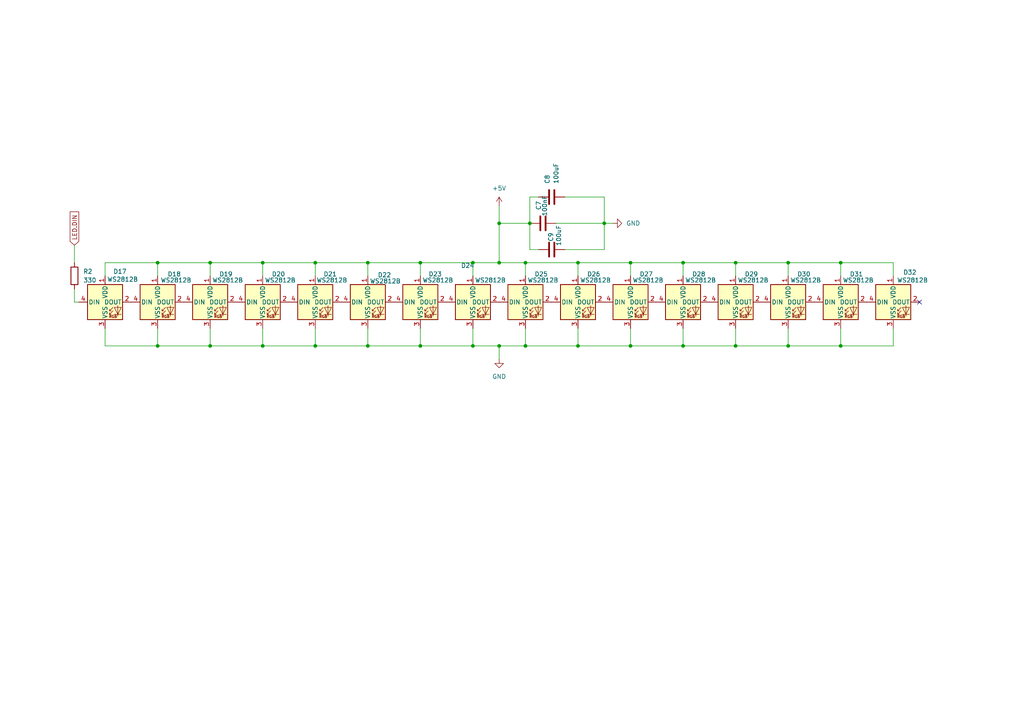
<source format=kicad_sch>
(kicad_sch (version 20250114) (generator "eeschema") (generator_version "9.0")
  (paper "A4")
  (lib_symbols
    (symbol "Device:C" (pin_numbers (hide yes)) (pin_names (offset 0.254))
      (property "Reference" "C" (at 0.635 2.54 0))
      (property "Value" "C" (at 0.635 -2.54 0))
      (symbol "C_0_1"
        (polyline (pts (xy -2.032 0.762) (xy 2.032 0.762)) (stroke (width 0.508)))
        (polyline (pts (xy -2.032 -0.762) (xy 2.032 -0.762)) (stroke (width 0.508)))
      )
      (symbol "C_1_1"
        (pin passive line (at 0 3.81 270) (length 2.794) (name "~") (number "1"))
        (pin passive line (at 0 -3.81 90) (length 2.794) (name "~") (number "2"))
      )
    )
    (symbol "Device:R" (pin_numbers (hide yes)) (pin_names (offset 0))
      (property "Reference" "R" (at 2.032 0 90))
      (property "Value" "R" (at 0 0 90))
      (symbol "R_0_1"
        (rectangle (start -1.016 -2.54) (end 1.016 2.54) (stroke (width 0.254)))
      )
      (symbol "R_1_1"
        (pin passive line (at 0 3.81 270) (length 1.27) (name "~") (number "1"))
        (pin passive line (at 0 -3.81 90) (length 1.27) (name "~") (number "2"))
      )
    )
    (symbol "LED:WS2812B" (pin_names (offset 0.254))
      (property "Reference" "D" (at 5.08 5.715 0))
      (property "Value" "WS2812B" (at 1.27 -5.715 0))
      (symbol "WS2812B_0_0"
        (text "RGB" (at 2.286 -4.191 0) (effects (font (size 0.762 0.762))))
      )
      (symbol "WS2812B_0_1"
        (polyline (pts (xy 1.27 -2.54) (xy 1.778 -2.54)))
        (polyline (pts (xy 1.27 -3.556) (xy 1.778 -3.556)))
        (polyline (pts (xy 2.286 -1.524) (xy 1.27 -2.54) (xy 1.27 -2.032)))
        (polyline (pts (xy 2.286 -2.54) (xy 1.27 -3.556) (xy 1.27 -3.048)))
        (polyline (pts (xy 3.683 -1.016) (xy 3.683 -3.556) (xy 3.683 -4.064)))
        (polyline (pts (xy 4.699 -1.524) (xy 2.667 -1.524) (xy 3.683 -3.556) (xy 4.699 -1.524)))
        (polyline (pts (xy 4.699 -3.556) (xy 2.667 -3.556)))
        (rectangle (start 5.08 5.08) (end -5.08 -5.08) (stroke (width 0.254)) (fill (type background)))
      )
      (symbol "WS2812B_1_1"
        (pin input line (at -7.62 0 0) (length 2.54) (name "DIN") (number "4"))
        (pin power_in line (at 0 7.62 270) (length 2.54) (name "VDD") (number "1"))
        (pin power_in line (at 0 -7.62 90) (length 2.54) (name "VSS") (number "3"))
        (pin output line (at 7.62 0 180) (length 2.54) (name "DOUT") (number "2"))
      )
    )
    (symbol "power:+5V" (power) (pin_numbers (hide yes)) (pin_names (offset 0) (hide yes))
      (property "Value" "+5V" (at 0 3.556 0))
      (symbol "+5V_0_1"
        (polyline (pts (xy -0.762 1.27) (xy 0 2.54)))
        (polyline (pts (xy 0 2.54) (xy 0.762 1.27)))
        (polyline (pts (xy 0 0) (xy 0 2.54)))
      )
      (symbol "+5V_1_1"
        (pin power_in line (at 0 0 90) (length 0) (name "~") (number "1"))
      )
    )
    (symbol "power:GND" (power) (pin_numbers (hide yes)) (pin_names (offset 0) (hide yes))
      (property "Value" "GND" (at 0 -3.81 0))
      (symbol "GND_0_1"
        (polyline (pts (xy 0 0) (xy 0 -1.27) (xy 1.27 -1.27) (xy 0 -2.54) (xy -1.27 -1.27) (xy 0 -1.27)))
      )
      (symbol "GND_1_1"
        (pin power_in line (at 0 0 270) (length 0) (name "~") (number "1"))
      )
    )
  )
  (junction (at 182.88 76.2))
  (junction (at 228.6 100.33))
  (junction (at 137.16 100.33))
  (junction (at 213.36 76.2))
  (junction (at 152.4 100.33))
  (junction (at 91.44 100.33))
  (junction (at 144.78 76.2))
  (junction (at 167.64 100.33))
  (junction (at 213.36 100.33))
  (junction (at 45.72 100.33))
  (junction (at 182.88 100.33))
  (junction (at 167.64 76.2))
  (junction (at 76.2 100.33))
  (junction (at 76.2 76.2))
  (junction (at 153.67 64.77))
  (junction (at 198.12 76.2))
  (junction (at 228.6 76.2))
  (junction (at 175.26 64.77))
  (junction (at 144.78 100.33))
  (junction (at 121.92 76.2))
  (junction (at 106.68 100.33))
  (junction (at 198.12 100.33))
  (junction (at 45.72 76.2))
  (junction (at 60.96 100.33))
  (junction (at 106.68 76.2))
  (junction (at 144.78 64.77))
  (junction (at 243.84 76.2))
  (junction (at 137.16 76.2))
  (junction (at 60.96 76.2))
  (junction (at 91.44 76.2))
  (junction (at 243.84 100.33))
  (junction (at 121.92 100.33))
  (junction (at 152.4 76.2))
  (no_connect (at 266.7 87.63))
  (wire (pts (xy 213.36 76.2) (xy 228.6 76.2)))
  (wire (pts (xy 228.6 76.2) (xy 243.84 76.2)))
  (wire (pts (xy 144.78 64.77) (xy 153.67 64.77)))
  (wire (pts (xy 259.08 95.25) (xy 259.08 100.33)))
  (wire (pts (xy 30.48 95.25) (xy 30.48 100.33)))
  (wire (pts (xy 161.29 64.77) (xy 175.26 64.77)))
  (wire (pts (xy 45.72 100.33) (xy 60.96 100.33)))
  (wire (pts (xy 121.92 100.33) (xy 137.16 100.33)))
  (wire (pts (xy 144.78 64.77) (xy 144.78 76.2)))
  (wire (pts (xy 156.21 57.15) (xy 153.67 57.15)))
  (wire (pts (xy 213.36 95.25) (xy 213.36 100.33)))
  (wire (pts (xy 182.88 76.2) (xy 182.88 80.01)))
  (wire (pts (xy 175.26 57.15) (xy 175.26 64.77)))
  (wire (pts (xy 198.12 76.2) (xy 198.12 80.01)))
  (wire (pts (xy 121.92 76.2) (xy 106.68 76.2)))
  (wire (pts (xy 259.08 100.33) (xy 243.84 100.33)))
  (wire (pts (xy 45.72 76.2) (xy 30.48 76.2)))
  (wire (pts (xy 21.59 83.82) (xy 21.59 87.63)))
  (wire (pts (xy 163.83 57.15) (xy 175.26 57.15)))
  (wire (pts (xy 106.68 95.25) (xy 106.68 100.33)))
  (wire (pts (xy 228.6 76.2) (xy 228.6 80.01)))
  (wire (pts (xy 91.44 100.33) (xy 106.68 100.33)))
  (wire (pts (xy 243.84 100.33) (xy 228.6 100.33)))
  (wire (pts (xy 175.26 64.77) (xy 177.8 64.77)))
  (wire (pts (xy 213.36 76.2) (xy 213.36 80.01)))
  (wire (pts (xy 198.12 100.33) (xy 182.88 100.33)))
  (wire (pts (xy 182.88 100.33) (xy 167.64 100.33)))
  (wire (pts (xy 163.83 72.39) (xy 175.26 72.39)))
  (wire (pts (xy 91.44 76.2) (xy 91.44 80.01)))
  (wire (pts (xy 153.67 57.15) (xy 153.67 64.77)))
  (wire (pts (xy 45.72 95.25) (xy 45.72 100.33)))
  (wire (pts (xy 106.68 100.33) (xy 121.92 100.33)))
  (wire (pts (xy 60.96 76.2) (xy 60.96 80.01)))
  (wire (pts (xy 198.12 76.2) (xy 213.36 76.2)))
  (wire (pts (xy 175.26 72.39) (xy 175.26 64.77)))
  (wire (pts (xy 144.78 59.69) (xy 144.78 64.77)))
  (wire (pts (xy 91.44 95.25) (xy 91.44 100.33)))
  (wire (pts (xy 153.67 72.39) (xy 153.67 64.77)))
  (wire (pts (xy 30.48 76.2) (xy 30.48 80.01)))
  (wire (pts (xy 121.92 76.2) (xy 121.92 80.01)))
  (wire (pts (xy 60.96 95.25) (xy 60.96 100.33)))
  (wire (pts (xy 76.2 100.33) (xy 91.44 100.33)))
  (wire (pts (xy 243.84 76.2) (xy 259.08 76.2)))
  (wire (pts (xy 144.78 76.2) (xy 152.4 76.2)))
  (wire (pts (xy 60.96 76.2) (xy 45.72 76.2)))
  (wire (pts (xy 156.21 72.39) (xy 153.67 72.39)))
  (wire (pts (xy 152.4 76.2) (xy 152.4 80.01)))
  (wire (pts (xy 76.2 76.2) (xy 60.96 76.2)))
  (wire (pts (xy 167.64 76.2) (xy 182.88 76.2)))
  (wire (pts (xy 228.6 100.33) (xy 213.36 100.33)))
  (wire (pts (xy 144.78 100.33) (xy 144.78 104.14)))
  (wire (pts (xy 167.64 76.2) (xy 167.64 80.01)))
  (wire (pts (xy 259.08 80.01) (xy 259.08 76.2)))
  (wire (pts (xy 60.96 100.33) (xy 76.2 100.33)))
  (wire (pts (xy 137.16 76.2) (xy 137.16 80.01)))
  (wire (pts (xy 76.2 76.2) (xy 76.2 80.01)))
  (wire (pts (xy 213.36 100.33) (xy 198.12 100.33)))
  (wire (pts (xy 30.48 100.33) (xy 45.72 100.33)))
  (wire (pts (xy 167.64 95.25) (xy 167.64 100.33)))
  (wire (pts (xy 137.16 95.25) (xy 137.16 100.33)))
  (wire (pts (xy 198.12 95.25) (xy 198.12 100.33)))
  (wire (pts (xy 137.16 100.33) (xy 144.78 100.33)))
  (wire (pts (xy 121.92 95.25) (xy 121.92 100.33)))
  (wire (pts (xy 152.4 95.25) (xy 152.4 100.33)))
  (wire (pts (xy 243.84 76.2) (xy 243.84 80.01)))
  (wire (pts (xy 182.88 95.25) (xy 182.88 100.33)))
  (wire (pts (xy 106.68 76.2) (xy 106.68 80.01)))
  (wire (pts (xy 21.59 87.63) (xy 22.86 87.63)))
  (wire (pts (xy 121.92 76.2) (xy 137.16 76.2)))
  (wire (pts (xy 137.16 76.2) (xy 144.78 76.2)))
  (wire (pts (xy 106.68 76.2) (xy 91.44 76.2)))
  (wire (pts (xy 76.2 95.25) (xy 76.2 100.33)))
  (wire (pts (xy 167.64 100.33) (xy 152.4 100.33)))
  (wire (pts (xy 45.72 76.2) (xy 45.72 80.01)))
  (wire (pts (xy 243.84 95.25) (xy 243.84 100.33)))
  (wire (pts (xy 152.4 76.2) (xy 167.64 76.2)))
  (wire (pts (xy 182.88 76.2) (xy 198.12 76.2)))
  (wire (pts (xy 152.4 100.33) (xy 144.78 100.33)))
  (wire (pts (xy 91.44 76.2) (xy 76.2 76.2)))
  (wire (pts (xy 228.6 95.25) (xy 228.6 100.33)))
  (wire (pts (xy 21.59 71.12) (xy 21.59 76.2)))
  (global_label "LED.DIN" (shape input) (at 21.59 71.12 90) (property "Intersheetrefs" "${INTERSHEET_REFS}" (effects (hide yes))))
  (symbol (lib_id "LED:WS2812B") (at 76.2 87.63 0) (unit 1)
    (property "Reference" "D20" (at 80.772 79.502 0))
    (property "Value" "WS2812B" (at 81.28 81.28 0))
    (property "Footprint" "LED_SMD:LED_WS2812B_PLCC4_5.0x5.0mm_P3.2mm" (effects (hide yes)))
    (property "Datasheet" "https://cdn-shop.adafruit.com/datasheets/WS2812B.pdf" (effects (hide yes)))
    (property "Description" "RGB LED with integrated controller" (effects (hide yes)))
  )
  (symbol (lib_id "LED:WS2812B") (at 121.92 87.63 0) (unit 1)
    (property "Reference" "D23" (at 126.238 79.502 0))
    (property "Value" "WS2812B" (at 127 81.28 0))
    (property "Footprint" "LED_SMD:LED_WS2812B_PLCC4_5.0x5.0mm_P3.2mm" (effects (hide yes)))
    (property "Datasheet" "https://cdn-shop.adafruit.com/datasheets/WS2812B.pdf" (effects (hide yes)))
    (property "Description" "RGB LED with integrated controller" (effects (hide yes)))
  )
  (symbol (lib_id "LED:WS2812B") (at 259.08 87.63 0) (unit 1)
    (property "Reference" "D32" (at 263.906 78.994 0))
    (property "Value" "WS2812B" (at 264.668 81.28 0))
    (property "Footprint" "LED_SMD:LED_WS2812B_PLCC4_5.0x5.0mm_P3.2mm" (effects (hide yes)))
    (property "Datasheet" "https://cdn-shop.adafruit.com/datasheets/WS2812B.pdf" (effects (hide yes)))
    (property "Description" "RGB LED with integrated controller" (effects (hide yes)))
  )
  (symbol (lib_id "Device:C") (at 160.02 57.15 90) (unit 1)
    (property "Reference" "C8" (at 158.7499 53.34 0) (effects (justify left)))
    (property "Value" "100uF" (at 161.2899 53.34 0) (effects (justify left)))
    (property "Footprint" "Capacitor_SMD:C_0402_1005Metric" (effects (hide yes)))
    (property "Description" "Unpolarized capacitor" (effects (hide yes)))
  )
  (symbol (lib_id "power:+5V") (at 144.78 59.69 0) (unit 1)
    (property "Reference" "#PWR019" (effects (hide yes)))
    (property "Value" "+5V" (at 144.78 54.61 0))
    (property "Description" "Power symbol creates a global label with name \"+5V\"" (effects (hide yes)))
  )
  (symbol (lib_id "LED:WS2812B") (at 167.64 87.63 0) (unit 1)
    (property "Reference" "D26" (at 172.212 79.502 0))
    (property "Value" "WS2812B" (at 172.72 81.28 0))
    (property "Footprint" "LED_SMD:LED_WS2812B_PLCC4_5.0x5.0mm_P3.2mm" (effects (hide yes)))
    (property "Datasheet" "https://cdn-shop.adafruit.com/datasheets/WS2812B.pdf" (effects (hide yes)))
    (property "Description" "RGB LED with integrated controller" (effects (hide yes)))
  )
  (symbol (lib_id "LED:WS2812B") (at 243.84 87.63 0) (unit 1)
    (property "Reference" "D31" (at 248.412 79.502 0))
    (property "Value" "WS2812B" (at 248.92 81.28 0))
    (property "Footprint" "LED_SMD:LED_WS2812B_PLCC4_5.0x5.0mm_P3.2mm" (effects (hide yes)))
    (property "Datasheet" "https://cdn-shop.adafruit.com/datasheets/WS2812B.pdf" (effects (hide yes)))
    (property "Description" "RGB LED with integrated controller" (effects (hide yes)))
  )
  (symbol (lib_id "LED:WS2812B") (at 228.6 87.63 0) (unit 1)
    (property "Reference" "D30" (at 233.172 79.502 0))
    (property "Value" "WS2812B" (at 233.68 81.28 0))
    (property "Footprint" "LED_SMD:LED_WS2812B_PLCC4_5.0x5.0mm_P3.2mm" (effects (hide yes)))
    (property "Datasheet" "https://cdn-shop.adafruit.com/datasheets/WS2812B.pdf" (effects (hide yes)))
    (property "Description" "RGB LED with integrated controller" (effects (hide yes)))
  )
  (symbol (lib_id "power:GND") (at 177.8 64.77 90) (unit 1)
    (property "Reference" "#PWR021" (effects (hide yes)))
    (property "Value" "GND" (at 181.61 64.7699 90) (effects (justify right)))
    (property "Description" "Power symbol creates a global label with name \"GND\" , ground" (effects (hide yes)))
  )
  (symbol (lib_id "LED:WS2812B") (at 182.88 87.63 0) (unit 1)
    (property "Reference" "D27" (at 187.452 79.502 0))
    (property "Value" "WS2812B" (at 187.96 81.28 0))
    (property "Footprint" "LED_SMD:LED_WS2812B_PLCC4_5.0x5.0mm_P3.2mm" (effects (hide yes)))
    (property "Datasheet" "https://cdn-shop.adafruit.com/datasheets/WS2812B.pdf" (effects (hide yes)))
    (property "Description" "RGB LED with integrated controller" (effects (hide yes)))
  )
  (symbol (lib_id "LED:WS2812B") (at 91.44 87.63 0) (unit 1)
    (property "Reference" "D21" (at 95.758 79.502 0))
    (property "Value" "WS2812B" (at 96.266 81.28 0))
    (property "Footprint" "LED_SMD:LED_WS2812B_PLCC4_5.0x5.0mm_P3.2mm" (effects (hide yes)))
    (property "Datasheet" "https://cdn-shop.adafruit.com/datasheets/WS2812B.pdf" (effects (hide yes)))
    (property "Description" "RGB LED with integrated controller" (effects (hide yes)))
  )
  (symbol (lib_id "Device:R") (at 21.59 80.01 0) (unit 1)
    (property "Reference" "R2" (at 24.13 78.7399 0) (effects (justify left)))
    (property "Value" "330" (at 24.13 81.2799 0) (effects (justify left)))
    (property "Footprint" "Resistor_SMD:R_0402_1005Metric" (effects (hide yes)))
    (property "Description" "Resistor" (effects (hide yes)))
  )
  (symbol (lib_id "LED:WS2812B") (at 30.48 87.63 0) (unit 1)
    (property "Reference" "D17" (at 34.798 78.74 0))
    (property "Value" "WS2812B" (at 35.56 81.026 0))
    (property "Footprint" "LED_SMD:LED_WS2812B_PLCC4_5.0x5.0mm_P3.2mm" (effects (hide yes)))
    (property "Datasheet" "https://cdn-shop.adafruit.com/datasheets/WS2812B.pdf" (effects (hide yes)))
    (property "Description" "RGB LED with integrated controller" (effects (hide yes)))
  )
  (symbol (lib_id "power:GND") (at 144.78 104.14 0) (unit 1)
    (property "Reference" "#PWR020" (effects (hide yes)))
    (property "Value" "GND" (at 144.78 109.22 0))
    (property "Description" "Power symbol creates a global label with name \"GND\" , ground" (effects (hide yes)))
  )
  (symbol (lib_id "LED:WS2812B") (at 213.36 87.63 0) (unit 1)
    (property "Reference" "D29" (at 217.932 79.502 0))
    (property "Value" "WS2812B" (at 218.44 81.28 0))
    (property "Footprint" "LED_SMD:LED_WS2812B_PLCC4_5.0x5.0mm_P3.2mm" (effects (hide yes)))
    (property "Datasheet" "https://cdn-shop.adafruit.com/datasheets/WS2812B.pdf" (effects (hide yes)))
    (property "Description" "RGB LED with integrated controller" (effects (hide yes)))
  )
  (symbol (lib_id "LED:WS2812B") (at 198.12 87.63 0) (unit 1)
    (property "Reference" "D28" (at 202.692 79.502 0))
    (property "Value" "WS2812B" (at 203.2 81.28 0))
    (property "Footprint" "LED_SMD:LED_WS2812B_PLCC4_5.0x5.0mm_P3.2mm" (effects (hide yes)))
    (property "Datasheet" "https://cdn-shop.adafruit.com/datasheets/WS2812B.pdf" (effects (hide yes)))
    (property "Description" "RGB LED with integrated controller" (effects (hide yes)))
  )
  (symbol (lib_id "LED:WS2812B") (at 45.72 87.63 0) (unit 1)
    (property "Reference" "D18" (at 50.546 79.502 0))
    (property "Value" "WS2812B" (at 51.054 81.28 0))
    (property "Footprint" "LED_SMD:LED_WS2812B_PLCC4_5.0x5.0mm_P3.2mm" (effects (hide yes)))
    (property "Datasheet" "https://cdn-shop.adafruit.com/datasheets/WS2812B.pdf" (effects (hide yes)))
    (property "Description" "RGB LED with integrated controller" (effects (hide yes)))
  )
  (symbol (lib_id "LED:WS2812B") (at 137.16 87.63 0) (unit 1)
    (property "Reference" "D24" (at 135.636 77.0322 0))
    (property "Value" "WS2812B" (at 142.24 81.28 0))
    (property "Footprint" "LED_SMD:LED_WS2812B_PLCC4_5.0x5.0mm_P3.2mm" (effects (hide yes)))
    (property "Datasheet" "https://cdn-shop.adafruit.com/datasheets/WS2812B.pdf" (effects (hide yes)))
    (property "Description" "RGB LED with integrated controller" (effects (hide yes)))
  )
  (symbol (lib_id "LED:WS2812B") (at 60.96 87.63 0) (unit 1)
    (property "Reference" "D19" (at 65.532 79.502 0))
    (property "Value" "WS2812B" (at 66.04 81.28 0))
    (property "Footprint" "LED_SMD:LED_WS2812B_PLCC4_5.0x5.0mm_P3.2mm" (effects (hide yes)))
    (property "Datasheet" "https://cdn-shop.adafruit.com/datasheets/WS2812B.pdf" (effects (hide yes)))
    (property "Description" "RGB LED with integrated controller" (effects (hide yes)))
  )
  (symbol (lib_id "LED:WS2812B") (at 106.68 87.63 0) (unit 1)
    (property "Reference" "D22" (at 111.506 79.756 0))
    (property "Value" "WS2812B" (at 111.76 81.534 0))
    (property "Footprint" "LED_SMD:LED_WS2812B_PLCC4_5.0x5.0mm_P3.2mm" (effects (hide yes)))
    (property "Datasheet" "https://cdn-shop.adafruit.com/datasheets/WS2812B.pdf" (effects (hide yes)))
    (property "Description" "RGB LED with integrated controller" (effects (hide yes)))
  )
  (symbol (lib_id "LED:WS2812B") (at 152.4 87.63 0) (unit 1)
    (property "Reference" "D25" (at 156.972 79.502 0))
    (property "Value" "WS2812B" (at 157.48 81.28 0))
    (property "Footprint" "LED_SMD:LED_WS2812B_PLCC4_5.0x5.0mm_P3.2mm" (effects (hide yes)))
    (property "Datasheet" "https://cdn-shop.adafruit.com/datasheets/WS2812B.pdf" (effects (hide yes)))
    (property "Description" "RGB LED with integrated controller" (effects (hide yes)))
  )
  (symbol (lib_id "Device:C") (at 160.02 72.39 90) (unit 1)
    (property "Reference" "C9" (at 159.766 70.104 0) (effects (justify left)))
    (property "Value" "100uF" (at 162.052 71.374 0) (effects (justify left)))
    (property "Footprint" "Capacitor_SMD:C_0402_1005Metric" (effects (hide yes)))
    (property "Description" "Unpolarized capacitor" (effects (hide yes)))
  )
  (symbol (lib_id "Device:C") (at 157.48 64.77 90) (unit 1)
    (property "Reference" "C7" (at 156.2099 60.96 0) (effects (justify left)))
    (property "Value" "100nF" (at 157.988 62.738 0) (effects (justify left)))
    (property "Footprint" "Capacitor_SMD:C_0402_1005Metric" (effects (hide yes)))
    (property "Description" "Unpolarized capacitor" (effects (hide yes)))
  )
)
</source>
